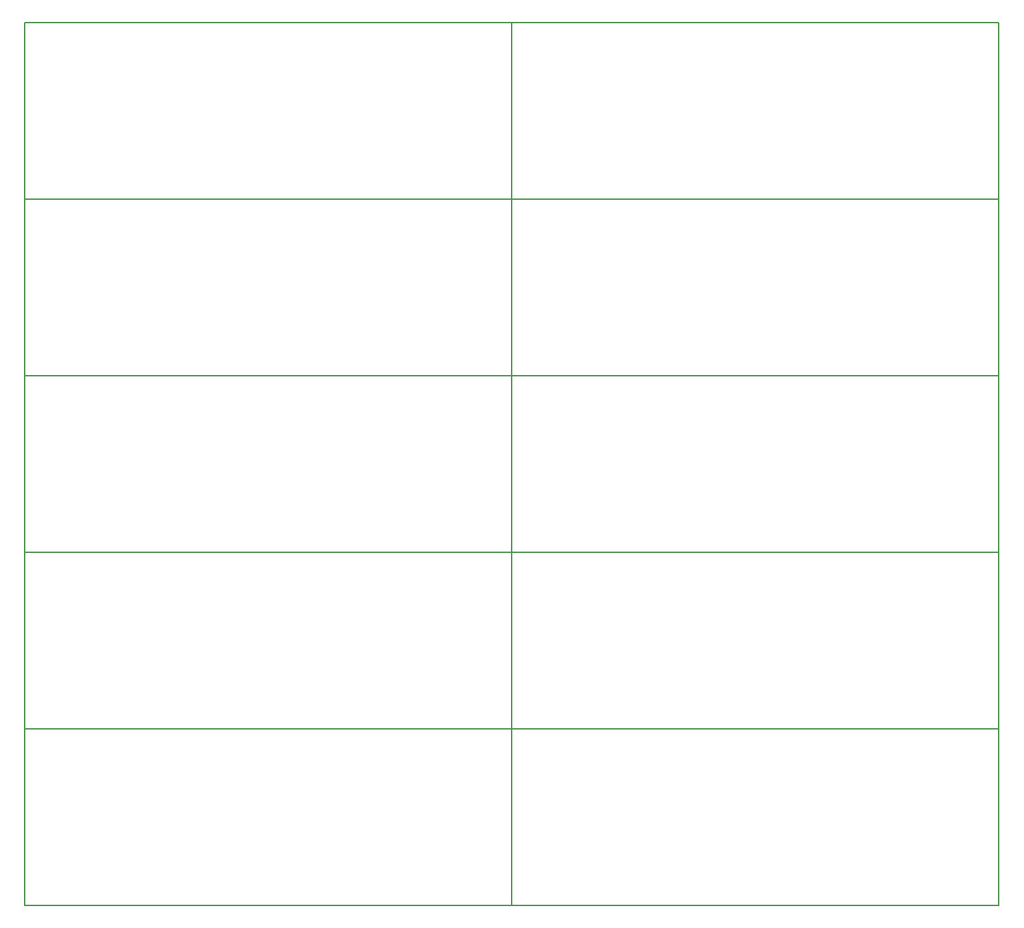
<source format=gbr>
G04 #@! TF.GenerationSoftware,KiCad,Pcbnew,5.0.2-bee76a0~70~ubuntu18.04.1*
G04 #@! TF.CreationDate,2019-05-17T22:11:46+02:00*
G04 #@! TF.ProjectId,m3_2x5_panel,6d335f32-7835-45f7-9061-6e656c2e6b69,rev?*
G04 #@! TF.SameCoordinates,Original*
G04 #@! TF.FileFunction,Profile,NP*
%FSLAX46Y46*%
G04 Gerber Fmt 4.6, Leading zero omitted, Abs format (unit mm)*
G04 Created by KiCad (PCBNEW 5.0.2-bee76a0~70~ubuntu18.04.1) date Fr 17 Mai 2019 22:11:46 CEST*
%MOMM*%
%LPD*%
G01*
G04 APERTURE LIST*
%ADD10C,0.150000*%
G04 APERTURE END LIST*
D10*
X197281800Y-144576800D02*
X197281800Y-122732800D01*
X137083800Y-144576800D02*
X137083800Y-122732800D01*
X197281800Y-122732800D02*
X197281800Y-100888800D01*
X137083800Y-122732800D02*
X137083800Y-100888800D01*
X197281800Y-100888800D02*
X197281800Y-79044800D01*
X137083800Y-100888800D02*
X137083800Y-79044800D01*
X197281800Y-79044800D02*
X197281800Y-57200800D01*
X137083800Y-79044800D02*
X137083800Y-57200800D01*
X197281800Y-57200800D02*
X197281800Y-35356800D01*
X137083800Y-122732800D02*
X137083800Y-144576800D01*
X76885800Y-122732800D02*
X76885800Y-144576800D01*
X137083800Y-100888800D02*
X137083800Y-122732800D01*
X76885800Y-100888800D02*
X76885800Y-122732800D01*
X137083800Y-79044800D02*
X137083800Y-100888800D01*
X76885800Y-79044800D02*
X76885800Y-100888800D01*
X137083800Y-57200800D02*
X137083800Y-79044800D01*
X76885800Y-57200800D02*
X76885800Y-79044800D01*
X137083800Y-35356800D02*
X137083800Y-57200800D01*
X197281800Y-122732800D02*
X137083800Y-122732800D01*
X137083800Y-122732800D02*
X76885800Y-122732800D01*
X197281800Y-100888800D02*
X137083800Y-100888800D01*
X137083800Y-100888800D02*
X76885800Y-100888800D01*
X197281800Y-79044800D02*
X137083800Y-79044800D01*
X137083800Y-79044800D02*
X76885800Y-79044800D01*
X197281800Y-57200800D02*
X137083800Y-57200800D01*
X137083800Y-57200800D02*
X76885800Y-57200800D01*
X197281800Y-35356800D02*
X137083800Y-35356800D01*
X137083800Y-144576800D02*
X197281800Y-144576800D01*
X76885800Y-144576800D02*
X137083800Y-144576800D01*
X137083800Y-122732800D02*
X197281800Y-122732800D01*
X76885800Y-122732800D02*
X137083800Y-122732800D01*
X137083800Y-100888800D02*
X197281800Y-100888800D01*
X76885800Y-100888800D02*
X137083800Y-100888800D01*
X137083800Y-79044800D02*
X197281800Y-79044800D01*
X76885800Y-79044800D02*
X137083800Y-79044800D01*
X137083800Y-57200800D02*
X197281800Y-57200800D01*
X76885800Y-35356800D02*
X76885800Y-57200800D01*
X137083800Y-35356800D02*
X76885800Y-35356800D01*
X137083800Y-57200800D02*
X137083800Y-35356800D01*
X76885800Y-57200800D02*
X137083800Y-57200800D01*
M02*

</source>
